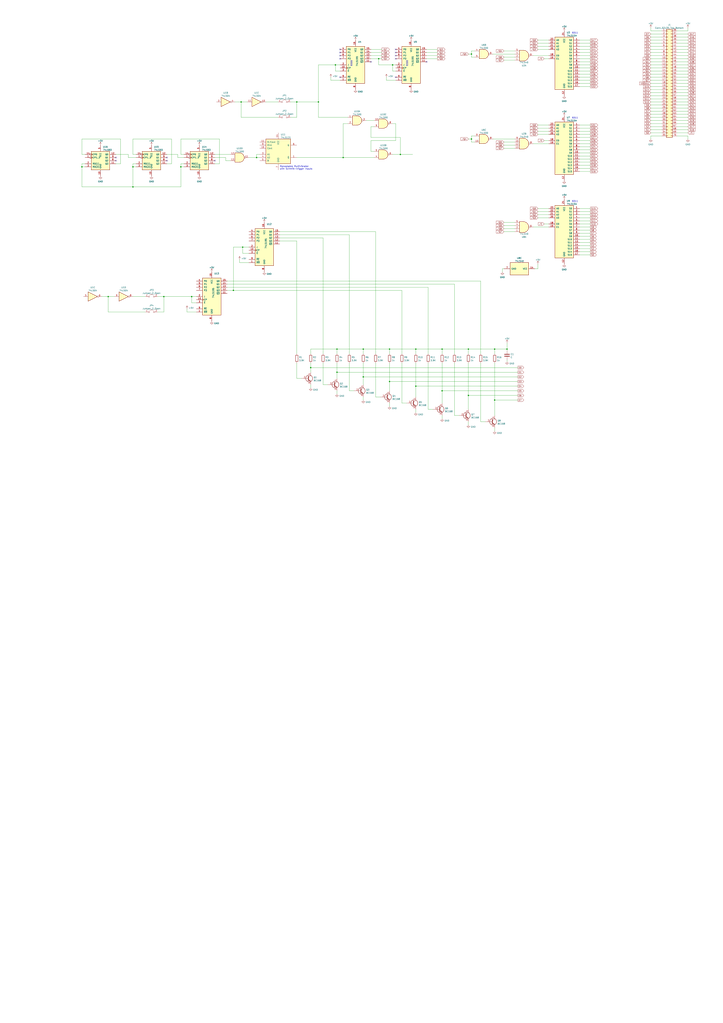
<source format=kicad_sch>
(kicad_sch (version 20211123) (generator eeschema)
  (paper "A1" portrait)
  (junction (at 387.35 114.3))
  (junction (at 311.15 48.26))
  (junction (at 148.59 137.16))
  (junction (at 210.82 129.54))
  (junction (at 298.45 287.02))
  (junction (at 341.63 317.5))
  (junction (at 276.86 287.02))
  (junction (at 384.81 325.12))
  (junction (at 67.31 137.16))
  (junction (at 406.4 328.93))
  (junction (at 406.4 287.02))
  (junction (at 134.62 243.84))
  (junction (at 320.04 287.02))
  (junction (at 322.58 53.34))
  (junction (at 243.84 83.82))
  (junction (at 384.81 287.02))
  (junction (at 275.59 53.34))
  (junction (at 328.93 127))
  (junction (at 198.12 83.82))
  (junction (at 298.45 309.88))
  (junction (at 416.56 287.02))
  (junction (at 276.86 306.07))
  (junction (at 363.22 321.31))
  (junction (at 363.22 287.02))
  (junction (at 281.94 129.54))
  (junction (at 88.9 243.84))
  (junction (at 109.22 137.16))
  (junction (at 199.39 203.2))
  (junction (at 157.48 243.84))
  (junction (at 341.63 287.02))
  (junction (at 387.35 44.45))
  (junction (at 255.27 302.26))
  (junction (at 320.04 313.69))
  (junction (at 109.22 153.67))
  (junction (at 261.62 83.82))
  (junction (at 191.77 238.76))
  (no_connect (at 325.12 63.5))
  (no_connect (at 279.4 63.5))
  (no_connect (at 350.52 50.8))
  (no_connect (at 304.8 50.8))
  (no_connect (at 325.12 48.26))
  (no_connect (at 325.12 45.72))
  (no_connect (at 325.12 43.18))
  (no_connect (at 325.12 40.64))
  (no_connect (at 176.53 132.08))
  (no_connect (at 137.16 129.54))
  (no_connect (at 137.16 132.08))
  (no_connect (at 95.25 129.54))
  (no_connect (at 95.25 132.08))
  (no_connect (at 279.4 43.18))
  (no_connect (at 279.4 45.72))
  (no_connect (at 279.4 40.64))
  (no_connect (at 279.4 48.26))
  (wire (pts (xy 556.26 45.72) (xy 565.15 45.72)))
  (wire (pts (xy 416.56 281.94) (xy 416.56 287.02)))
  (wire (pts (xy 565.15 68.58) (xy 556.26 68.58)))
  (wire (pts (xy 534.67 30.48) (xy 543.56 30.48)))
  (wire (pts (xy 88.9 243.84) (xy 88.9 256.54)))
  (wire (pts (xy 485.14 48.26) (xy 476.25 48.26)))
  (wire (pts (xy 556.26 30.48) (xy 565.15 30.48)))
  (wire (pts (xy 422.91 185.42) (xy 414.02 185.42)))
  (wire (pts (xy 534.67 88.9) (xy 543.56 88.9)))
  (wire (pts (xy 387.35 116.84) (xy 389.89 116.84)))
  (wire (pts (xy 405.13 114.3) (xy 422.91 114.3)))
  (wire (pts (xy 191.77 238.76) (xy 330.2 238.76)))
  (wire (pts (xy 204.47 129.54) (xy 210.82 129.54)))
  (wire (pts (xy 137.16 127) (xy 146.05 127)))
  (wire (pts (xy 534.67 76.2) (xy 543.56 76.2)))
  (wire (pts (xy 450.85 35.56) (xy 441.96 35.56)))
  (wire (pts (xy 151.13 134.62) (xy 148.59 134.62)))
  (wire (pts (xy 422.91 49.53) (xy 414.02 49.53)))
  (wire (pts (xy 565.15 76.2) (xy 556.26 76.2)))
  (wire (pts (xy 543.56 58.42) (xy 534.67 58.42)))
  (wire (pts (xy 311.15 53.34) (xy 311.15 48.26)))
  (wire (pts (xy 485.14 189.23) (xy 476.25 189.23)))
  (wire (pts (xy 298.45 290.83) (xy 298.45 287.02)))
  (wire (pts (xy 485.14 184.15) (xy 476.25 184.15)))
  (wire (pts (xy 325.12 58.42) (xy 322.58 58.42)))
  (wire (pts (xy 387.35 46.99) (xy 387.35 44.45)))
  (wire (pts (xy 565.15 25.4) (xy 556.26 25.4)))
  (wire (pts (xy 180.34 134.62) (xy 180.34 114.3)))
  (wire (pts (xy 485.14 50.8) (xy 476.25 50.8)))
  (wire (pts (xy 320.04 298.45) (xy 320.04 313.69)))
  (wire (pts (xy 485.14 120.65) (xy 476.25 120.65)))
  (wire (pts (xy 556.26 48.26) (xy 565.15 48.26)))
  (wire (pts (xy 485.14 68.58) (xy 476.25 68.58)))
  (wire (pts (xy 556.26 43.18) (xy 565.15 43.18)))
  (wire (pts (xy 439.42 220.98) (xy 441.96 220.98)))
  (wire (pts (xy 438.15 118.11) (xy 450.85 118.11)))
  (wire (pts (xy 438.15 186.69) (xy 450.85 186.69)))
  (wire (pts (xy 148.59 114.3) (xy 148.59 127)))
  (wire (pts (xy 330.2 298.45) (xy 330.2 331.47)))
  (wire (pts (xy 140.97 114.3) (xy 109.22 114.3)))
  (wire (pts (xy 287.02 193.04) (xy 287.02 290.83)))
  (wire (pts (xy 276.86 298.45) (xy 276.86 306.07)))
  (wire (pts (xy 99.06 114.3) (xy 67.31 114.3)))
  (wire (pts (xy 304.8 40.64) (xy 313.69 40.64)))
  (wire (pts (xy 556.26 58.42) (xy 565.15 58.42)))
  (wire (pts (xy 199.39 203.2) (xy 204.47 203.2)))
  (wire (pts (xy 556.26 60.96) (xy 565.15 60.96)))
  (wire (pts (xy 534.67 81.28) (xy 543.56 81.28)))
  (wire (pts (xy 243.84 83.82) (xy 243.84 96.52)))
  (wire (pts (xy 67.31 114.3) (xy 67.31 127)))
  (wire (pts (xy 450.85 179.07) (xy 441.96 179.07)))
  (wire (pts (xy 485.14 123.19) (xy 476.25 123.19)))
  (wire (pts (xy 534.67 111.76) (xy 543.56 111.76)))
  (wire (pts (xy 406.4 351.79) (xy 406.4 354.33)))
  (wire (pts (xy 556.26 35.56) (xy 565.15 35.56)))
  (wire (pts (xy 213.36 127) (xy 210.82 127)))
  (wire (pts (xy 330.2 238.76) (xy 330.2 290.83)))
  (wire (pts (xy 363.22 321.31) (xy 363.22 331.47)))
  (wire (pts (xy 186.69 236.22) (xy 351.79 236.22)))
  (wire (pts (xy 276.86 306.07) (xy 425.45 306.07)))
  (wire (pts (xy 406.4 298.45) (xy 406.4 328.93)))
  (wire (pts (xy 298.45 309.88) (xy 298.45 316.23)))
  (wire (pts (xy 176.53 127) (xy 189.23 127)))
  (wire (pts (xy 351.79 236.22) (xy 351.79 290.83)))
  (wire (pts (xy 265.43 298.45) (xy 265.43 316.23)))
  (wire (pts (xy 534.67 101.6) (xy 543.56 101.6)))
  (wire (pts (xy 485.14 204.47) (xy 476.25 204.47)))
  (wire (pts (xy 363.22 321.31) (xy 425.45 321.31)))
  (wire (pts (xy 556.26 66.04) (xy 565.15 66.04)))
  (wire (pts (xy 320.04 313.69) (xy 320.04 321.31)))
  (wire (pts (xy 99.06 134.62) (xy 99.06 114.3)))
  (wire (pts (xy 485.14 173.99) (xy 476.25 173.99)))
  (wire (pts (xy 416.56 287.02) (xy 416.56 288.29)))
  (wire (pts (xy 565.15 73.66) (xy 556.26 73.66)))
  (wire (pts (xy 414.02 220.98) (xy 412.75 220.98)))
  (wire (pts (xy 534.67 93.98) (xy 543.56 93.98)))
  (wire (pts (xy 109.22 127) (xy 111.76 127)))
  (wire (pts (xy 261.62 53.34) (xy 261.62 83.82)))
  (wire (pts (xy 556.26 38.1) (xy 565.15 38.1)))
  (wire (pts (xy 129.54 243.84) (xy 134.62 243.84)))
  (wire (pts (xy 485.14 128.27) (xy 476.25 128.27)))
  (wire (pts (xy 109.22 243.84) (xy 119.38 243.84)))
  (wire (pts (xy 422.91 190.5) (xy 414.02 190.5)))
  (wire (pts (xy 210.82 127) (xy 210.82 129.54)))
  (wire (pts (xy 193.04 83.82) (xy 198.12 83.82)))
  (wire (pts (xy 556.26 109.22) (xy 565.15 109.22)))
  (wire (pts (xy 450.85 176.53) (xy 441.96 176.53)))
  (wire (pts (xy 153.67 256.54) (xy 161.29 256.54)))
  (wire (pts (xy 485.14 110.49) (xy 476.25 110.49)))
  (wire (pts (xy 406.4 328.93) (xy 425.45 328.93)))
  (wire (pts (xy 534.67 45.72) (xy 543.56 45.72)))
  (wire (pts (xy 450.85 38.1) (xy 441.96 38.1)))
  (wire (pts (xy 485.14 179.07) (xy 476.25 179.07)))
  (wire (pts (xy 394.97 231.14) (xy 186.69 231.14)))
  (wire (pts (xy 447.04 48.26) (xy 450.85 48.26)))
  (wire (pts (xy 485.14 171.45) (xy 476.25 171.45)))
  (wire (pts (xy 565.15 106.68) (xy 556.26 106.68)))
  (wire (pts (xy 83.82 243.84) (xy 88.9 243.84)))
  (wire (pts (xy 485.14 55.88) (xy 476.25 55.88)))
  (wire (pts (xy 287.02 298.45) (xy 287.02 321.31)))
  (wire (pts (xy 406.4 290.83) (xy 406.4 287.02)))
  (wire (pts (xy 534.67 104.14) (xy 543.56 104.14)))
  (wire (pts (xy 373.38 233.68) (xy 373.38 290.83)))
  (wire (pts (xy 384.81 346.71) (xy 384.81 349.25)))
  (wire (pts (xy 543.56 63.5) (xy 534.67 63.5)))
  (wire (pts (xy 384.81 114.3) (xy 387.35 114.3)))
  (wire (pts (xy 229.87 190.5) (xy 308.61 190.5)))
  (wire (pts (xy 304.8 48.26) (xy 311.15 48.26)))
  (wire (pts (xy 534.67 25.4) (xy 543.56 25.4)))
  (wire (pts (xy 422.91 187.96) (xy 414.02 187.96)))
  (wire (pts (xy 565.15 71.12) (xy 556.26 71.12)))
  (wire (pts (xy 157.48 243.84) (xy 161.29 243.84)))
  (wire (pts (xy 543.56 66.04) (xy 534.67 66.04)))
  (wire (pts (xy 534.67 27.94) (xy 543.56 27.94)))
  (wire (pts (xy 325.12 115.57) (xy 304.8 115.57)))
  (wire (pts (xy 485.14 191.77) (xy 476.25 191.77)))
  (wire (pts (xy 134.62 243.84) (xy 157.48 243.84)))
  (wire (pts (xy 146.05 127) (xy 146.05 129.54)))
  (wire (pts (xy 109.22 137.16) (xy 111.76 137.16)))
  (wire (pts (xy 485.14 63.5) (xy 476.25 63.5)))
  (wire (pts (xy 384.81 290.83) (xy 384.81 287.02)))
  (wire (pts (xy 450.85 171.45) (xy 441.96 171.45)))
  (wire (pts (xy 271.78 63.5) (xy 271.78 66.04)))
  (wire (pts (xy 556.26 40.64) (xy 565.15 40.64)))
  (wire (pts (xy 276.86 290.83) (xy 276.86 287.02)))
  (wire (pts (xy 341.63 287.02) (xy 363.22 287.02)))
  (wire (pts (xy 243.84 198.12) (xy 229.87 198.12)))
  (wire (pts (xy 105.41 129.54) (xy 111.76 129.54)))
  (wire (pts (xy 565.15 86.36) (xy 556.26 86.36)))
  (wire (pts (xy 406.4 328.93) (xy 406.4 341.63)))
  (wire (pts (xy 422.91 41.91) (xy 414.02 41.91)))
  (wire (pts (xy 287.02 321.31) (xy 290.83 321.31)))
  (wire (pts (xy 485.14 115.57) (xy 476.25 115.57)))
  (wire (pts (xy 204.47 208.28) (xy 199.39 208.28)))
  (wire (pts (xy 304.8 113.03) (xy 328.93 113.03)))
  (wire (pts (xy 373.38 341.63) (xy 377.19 341.63)))
  (wire (pts (xy 95.25 127) (xy 105.41 127)))
  (wire (pts (xy 534.67 38.1) (xy 543.56 38.1)))
  (wire (pts (xy 276.86 306.07) (xy 276.86 311.15)))
  (wire (pts (xy 556.26 33.02) (xy 565.15 33.02)))
  (wire (pts (xy 320.04 331.47) (xy 320.04 334.01)))
  (wire (pts (xy 281.94 101.6) (xy 281.94 129.54)))
  (wire (pts (xy 317.5 63.5) (xy 317.5 66.04)))
  (wire (pts (xy 95.25 134.62) (xy 99.06 134.62)))
  (wire (pts (xy 308.61 190.5) (xy 308.61 290.83)))
  (wire (pts (xy 199.39 203.2) (xy 191.77 203.2)))
  (wire (pts (xy 185.42 132.08) (xy 189.23 132.08)))
  (wire (pts (xy 387.35 116.84) (xy 387.35 114.3)))
  (wire (pts (xy 351.79 298.45) (xy 351.79 336.55)))
  (wire (pts (xy 450.85 102.87) (xy 441.96 102.87)))
  (wire (pts (xy 363.22 341.63) (xy 363.22 344.17)))
  (wire (pts (xy 328.93 113.03) (xy 328.93 127)))
  (wire (pts (xy 279.4 53.34) (xy 275.59 53.34)))
  (wire (pts (xy 485.14 186.69) (xy 476.25 186.69)))
  (wire (pts (xy 199.39 208.28) (xy 199.39 203.2)))
  (wire (pts (xy 238.76 83.82) (xy 243.84 83.82)))
  (wire (pts (xy 485.14 194.31) (xy 476.25 194.31)))
  (wire (pts (xy 416.56 295.91) (xy 416.56 297.18)))
  (wire (pts (xy 534.67 91.44) (xy 543.56 91.44)))
  (wire (pts (xy 534.67 83.82) (xy 543.56 83.82)))
  (wire (pts (xy 243.84 311.15) (xy 247.65 311.15)))
  (wire (pts (xy 140.97 134.62) (xy 140.97 114.3)))
  (wire (pts (xy 185.42 129.54) (xy 185.42 132.08)))
  (wire (pts (xy 534.67 40.64) (xy 543.56 40.64)))
  (wire (pts (xy 328.93 127) (xy 339.09 127)))
  (wire (pts (xy 485.14 102.87) (xy 476.25 102.87)))
  (wire (pts (xy 67.31 137.16) (xy 67.31 134.62)))
  (wire (pts (xy 384.81 44.45) (xy 387.35 44.45)))
  (wire (pts (xy 67.31 153.67) (xy 67.31 137.16)))
  (wire (pts (xy 387.35 46.99) (xy 389.89 46.99)))
  (wire (pts (xy 405.13 44.45) (xy 422.91 44.45)))
  (wire (pts (xy 271.78 66.04) (xy 279.4 66.04)))
  (wire (pts (xy 534.67 109.22) (xy 543.56 109.22)))
  (wire (pts (xy 350.52 40.64) (xy 359.41 40.64)))
  (wire (pts (xy 556.26 50.8) (xy 565.15 50.8)))
  (wire (pts (xy 534.67 96.52) (xy 543.56 96.52)))
  (wire (pts (xy 556.26 63.5) (xy 565.15 63.5)))
  (wire (pts (xy 387.35 44.45) (xy 387.35 41.91)))
  (wire (pts (xy 88.9 243.84) (xy 93.98 243.84)))
  (wire (pts (xy 387.35 41.91) (xy 389.89 41.91)))
  (wire (pts (xy 351.79 336.55) (xy 355.6 336.55)))
  (wire (pts (xy 373.38 233.68) (xy 186.69 233.68)))
  (wire (pts (xy 394.97 231.14) (xy 394.97 290.83)))
  (wire (pts (xy 485.14 140.97) (xy 476.25 140.97)))
  (wire (pts (xy 565.15 99.06) (xy 556.26 99.06)))
  (wire (pts (xy 134.62 256.54) (xy 129.54 256.54)))
  (wire (pts (xy 363.22 287.02) (xy 384.81 287.02)))
  (wire (pts (xy 485.14 207.01) (xy 476.25 207.01)))
  (wire (pts (xy 534.67 33.02) (xy 543.56 33.02)))
  (wire (pts (xy 109.22 153.67) (xy 109.22 137.16)))
  (wire (pts (xy 485.14 196.85) (xy 476.25 196.85)))
  (wire (pts (xy 485.14 45.72) (xy 476.25 45.72)))
  (wire (pts (xy 67.31 137.16) (xy 69.85 137.16)))
  (wire (pts (xy 196.85 213.36) (xy 196.85 215.9)))
  (wire (pts (xy 485.14 107.95) (xy 476.25 107.95)))
  (wire (pts (xy 438.15 45.72) (xy 450.85 45.72)))
  (wire (pts (xy 387.35 111.76) (xy 389.89 111.76)))
  (wire (pts (xy 341.63 290.83) (xy 341.63 287.02)))
  (wire (pts (xy 176.53 129.54) (xy 185.42 129.54)))
  (wire (pts (xy 255.27 316.23) (xy 255.27 318.77)))
  (wire (pts (xy 350.52 48.26) (xy 359.41 48.26)))
  (wire (pts (xy 325.12 101.6) (xy 325.12 115.57)))
  (wire (pts (xy 161.29 248.92) (xy 157.48 248.92)))
  (wire (pts (xy 281.94 129.54) (xy 307.34 129.54)))
  (wire (pts (xy 485.14 130.81) (xy 476.25 130.81)))
  (wire (pts (xy 485.14 60.96) (xy 476.25 60.96)))
  (wire (pts (xy 109.22 134.62) (xy 111.76 134.62)))
  (wire (pts (xy 322.58 101.6) (xy 325.12 101.6)))
  (wire (pts (xy 534.67 43.18) (xy 543.56 43.18)))
  (wire (pts (xy 485.14 43.18) (xy 476.25 43.18)))
  (wire (pts (xy 565.15 96.52) (xy 556.26 96.52)))
  (wire (pts (xy 322.58 53.34) (xy 322.58 58.42)))
  (wire (pts (xy 543.56 48.26) (xy 534.67 48.26)))
  (wire (pts (xy 485.14 133.35) (xy 476.25 133.35)))
  (wire (pts (xy 485.14 199.39) (xy 476.25 199.39)))
  (wire (pts (xy 387.35 114.3) (xy 387.35 111.76)))
  (wire (pts (xy 276.86 321.31) (xy 276.86 323.85)))
  (wire (pts (xy 279.4 58.42) (xy 275.59 58.42)))
  (wire (pts (xy 485.14 201.93) (xy 476.25 201.93)))
  (wire (pts (xy 447.04 115.57) (xy 450.85 115.57)))
  (wire (pts (xy 243.84 83.82) (xy 261.62 83.82)))
  (wire (pts (xy 543.56 50.8) (xy 534.67 50.8)))
  (wire (pts (xy 341.63 298.45) (xy 341.63 317.5)))
  (wire (pts (xy 298.45 326.39) (xy 298.45 328.93)))
  (wire (pts (xy 565.15 101.6) (xy 556.26 101.6)))
  (wire (pts (xy 304.8 45.72) (xy 313.69 45.72)))
  (wire (pts (xy 229.87 195.58) (xy 265.43 195.58)))
  (wire (pts (xy 243.84 198.12) (xy 243.84 290.83)))
  (wire (pts (xy 534.67 35.56) (xy 543.56 35.56)))
  (wire (pts (xy 485.14 176.53) (xy 476.25 176.53)))
  (wire (pts (xy 311.15 48.26) (xy 313.69 48.26)))
  (wire (pts (xy 384.81 325.12) (xy 384.81 336.55)))
  (wire (pts (xy 384.81 287.02) (xy 406.4 287.02)))
  (wire (pts (xy 67.31 127) (xy 69.85 127)))
  (wire (pts (xy 134.62 243.84) (xy 134.62 256.54)))
  (wire (pts (xy 485.14 35.56) (xy 476.25 35.56)))
  (wire (pts (xy 198.12 83.82) (xy 198.12 96.52)))
  (wire (pts (xy 198.12 83.82) (xy 203.2 83.82)))
  (wire (pts (xy 243.84 129.54) (xy 281.94 129.54)))
  (wire (pts (xy 543.56 60.96) (xy 534.67 60.96)))
  (wire (pts (xy 565.15 81.28) (xy 556.26 81.28)))
  (wire (pts (xy 186.69 238.76) (xy 191.77 238.76)))
  (wire (pts (xy 565.15 104.14) (xy 556.26 104.14)))
  (wire (pts (xy 261.62 53.34) (xy 275.59 53.34)))
  (wire (pts (xy 422.91 119.38) (xy 414.02 119.38)))
  (wire (pts (xy 137.16 134.62) (xy 140.97 134.62)))
  (wire (pts (xy 485.14 40.64) (xy 476.25 40.64)))
  (wire (pts (xy 255.27 290.83) (xy 255.27 287.02)))
  (wire (pts (xy 261.62 96.52) (xy 285.75 96.52)))
  (wire (pts (xy 406.4 287.02) (xy 416.56 287.02)))
  (wire (pts (xy 275.59 53.34) (xy 275.59 58.42)))
  (wire (pts (xy 330.2 331.47) (xy 334.01 331.47)))
  (wire (pts (xy 565.15 111.76) (xy 556.26 111.76)))
  (wire (pts (xy 485.14 181.61) (xy 476.25 181.61)))
  (wire (pts (xy 276.86 287.02) (xy 298.45 287.02)))
  (wire (pts (xy 298.45 287.02) (xy 320.04 287.02)))
  (wire (pts (xy 148.59 127) (xy 151.13 127)))
  (wire (pts (xy 196.85 215.9) (xy 204.47 215.9)))
  (wire (pts (xy 565.15 114.3) (xy 565.15 111.76)))
  (wire (pts (xy 485.14 113.03) (xy 476.25 113.03)))
  (wire (pts (xy 304.8 104.14) (xy 307.34 104.14)))
  (wire (pts (xy 109.22 114.3) (xy 109.22 127)))
  (wire (pts (xy 243.84 298.45) (xy 243.84 311.15)))
  (wire (pts (xy 307.34 124.46) (xy 304.8 124.46)))
  (wire (pts (xy 146.05 129.54) (xy 151.13 129.54)))
  (wire (pts (xy 384.81 325.12) (xy 425.45 325.12)))
  (wire (pts (xy 341.63 336.55) (xy 341.63 339.09)))
  (wire (pts (xy 534.67 71.12) (xy 543.56 71.12)))
  (wire (pts (xy 422.91 121.92) (xy 414.02 121.92)))
  (wire (pts (xy 485.14 53.34) (xy 476.25 53.34)))
  (wire (pts (xy 543.56 55.88) (xy 534.67 55.88)))
  (wire (pts (xy 255.27 302.26) (xy 255.27 306.07)))
  (wire (pts (xy 565.15 83.82) (xy 556.26 83.82)))
  (wire (pts (xy 88.9 256.54) (xy 119.38 256.54)))
  (wire (pts (xy 534.67 78.74) (xy 543.56 78.74)))
  (wire (pts (xy 298.45 298.45) (xy 298.45 309.88)))
  (wire (pts (xy 565.15 93.98) (xy 556.26 93.98)))
  (wire (pts (xy 450.85 40.64) (xy 441.96 40.64)))
  (wire (pts (xy 148.59 137.16) (xy 148.59 153.67)))
  (wire (pts (xy 534.67 73.66) (xy 543.56 73.66)))
  (wire (pts (xy 304.8 104.14) (xy 304.8 113.03)))
  (wire (pts (xy 485.14 209.55) (xy 476.25 209.55)))
  (wire (pts (xy 485.14 118.11) (xy 476.25 118.11)))
  (wire (pts (xy 441.96 220.98) (xy 441.96 217.17)))
  (wire (pts (xy 422.91 182.88) (xy 414.02 182.88)))
  (wire (pts (xy 341.63 317.5) (xy 425.45 317.5)))
  (wire (pts (xy 543.56 53.34) (xy 534.67 53.34)))
  (wire (pts (xy 255.27 302.26) (xy 425.45 302.26)))
  (wire (pts (xy 320.04 287.02) (xy 341.63 287.02)))
  (wire (pts (xy 287.02 193.04) (xy 229.87 193.04)))
  (wire (pts (xy 450.85 33.02) (xy 441.96 33.02)))
  (wire (pts (xy 148.59 137.16) (xy 151.13 137.16)))
  (wire (pts (xy 322.58 53.34) (xy 325.12 53.34)))
  (wire (pts (xy 534.67 86.36) (xy 543.56 86.36)))
  (wire (pts (xy 255.27 287.02) (xy 276.86 287.02)))
  (wire (pts (xy 485.14 58.42) (xy 476.25 58.42)))
  (wire (pts (xy 67.31 134.62) (xy 69.85 134.62)))
  (wire (pts (xy 534.67 106.68) (xy 543.56 106.68)))
  (wire (pts (xy 565.15 88.9) (xy 556.26 88.9)))
  (wire (pts (xy 218.44 83.82) (xy 228.6 83.82)))
  (wire (pts (xy 261.62 83.82) (xy 261.62 96.52)))
  (wire (pts (xy 255.27 298.45) (xy 255.27 302.26)))
  (wire (pts (xy 394.97 346.71) (xy 398.78 346.71)))
  (wire (pts (xy 556.26 27.94) (xy 565.15 27.94)))
  (wire (pts (xy 180.34 114.3) (xy 148.59 114.3)))
  (wire (pts (xy 422.91 116.84) (xy 414.02 116.84)))
  (wire (pts (xy 304.8 43.18) (xy 313.69 43.18)))
  (wire (pts (xy 485.14 38.1) (xy 476.25 38.1)))
  (wire (pts (xy 109.22 153.67) (xy 148.59 153.67)))
  (wire (pts (xy 422.91 46.99) (xy 414.02 46.99)))
  (wire (pts (xy 556.26 53.34) (xy 565.15 53.34)))
  (wire (pts (xy 565.15 22.86) (xy 565.15 25.4)))
  (wire (pts (xy 565.15 78.74) (xy 556.26 78.74)))
  (wire (pts (xy 485.14 71.12) (xy 476.25 71.12)))
  (wire (pts (xy 109.22 137.16) (xy 109.22 134.62)))
  (wire (pts (xy 485.14 135.89) (xy 476.25 135.89)))
  (wire (pts (xy 198.12 96.52) (xy 228.6 96.52)))
  (wire (pts (xy 67.31 153.67) (xy 109.22 153.67)))
  (wire (pts (xy 412.75 220.98) (xy 412.75 223.52)))
  (wire (pts (xy 176.53 134.62) (xy 180.34 134.62)))
  (wire (pts (xy 148.59 134.62) (xy 148.59 137.16)))
  (wire (pts (xy 300.99 99.06) (xy 307.34 99.06)))
  (wire (pts (xy 210.82 129.54) (xy 213.36 129.54)))
  (wire (pts (xy 265.43 195.58) (xy 265.43 290.83)))
  (wire (pts (xy 341.63 317.5) (xy 341.63 326.39)))
  (wire (pts (xy 317.5 66.04) (xy 325.12 66.04)))
  (wire (pts (xy 384.81 298.45) (xy 384.81 325.12)))
  (wire (pts (xy 565.15 91.44) (xy 556.26 91.44)))
  (wire (pts (xy 373.38 298.45) (xy 373.38 341.63)))
  (wire (pts (xy 285.75 101.6) (xy 281.94 101.6)))
  (wire (pts (xy 298.45 309.88) (xy 425.45 309.88)))
  (wire (pts (xy 534.67 22.86) (xy 534.67 25.4)))
  (wire (pts (xy 450.85 105.41) (xy 441.96 105.41)))
  (wire (pts (xy 243.84 96.52) (xy 238.76 96.52)))
  (wire (pts (xy 485.14 66.04) (xy 476.25 66.04)))
  (wire (pts (xy 191.77 203.2) (xy 191.77 238.76)))
  (wire (pts (xy 322.58 53.34) (xy 311.15 53.34)))
  (wire (pts (xy 485.14 125.73) (xy 476.25 125.73)))
  (wire (pts (xy 328.93 127) (xy 322.58 127)))
  (wire (pts (xy 308.61 326.39) (xy 312.42 326.39)))
  (wire (pts (xy 450.85 173.99) (xy 441.96 173.99)))
  (wire (pts (xy 350.52 45.72) (xy 359.41 45.72)))
  (wire (pts (xy 320.04 313.69) (xy 425.45 313.69)))
  (wire (pts (xy 265.43 316.23) (xy 269.24 316.23)))
  (wire (pts (xy 556.26 55.88) (xy 565.15 55.88)))
  (wire (pts (xy 394.97 298.45) (xy 394.97 346.71)))
  (wire (pts (xy 363.22 290.83) (xy 363.22 287.02)))
  (wire (pts (xy 320.04 290.83) (xy 320.04 287.02)))
  (wire (pts (xy 450.85 107.95) (xy 441.96 107.95)))
  (wire (pts (xy 485.14 33.02) (xy 476.25 33.02)))
  (wire (pts (xy 485.14 105.41) (xy 476.25 105.41)))
  (wire (pts (xy 447.04 184.15) (xy 450.85 184.15)))
  (wire (pts (xy 304.8 115.57) (xy 304.8 124.46)))
  (wire (pts (xy 308.61 298.45) (xy 308.61 326.39)))
  (wire (pts (xy 534.67 68.58) (xy 543.56 68.58)))
  (wire (pts (xy 153.67 254) (xy 153.67 256.54)))
  (wire (pts (xy 534.67 114.3) (xy 534.67 111.76)))
  (wire (pts (xy 105.41 127) (xy 105.41 129.54)))
  (wire (pts (xy 534.67 99.06) (xy 543.56 99.06)))
  (wire (pts (xy 350.52 43.18) (xy 359.41 43.18)))
  (wire (pts (xy 157.48 248.92) (xy 157.48 243.84)))
  (wire (pts (xy 363.22 298.45) (xy 363.22 321.31)))
  (wire (pts (xy 450.85 110.49) (xy 441.96 110.49)))
  (wire (pts (xy 485.14 138.43) (xy 476.25 138.43)))
  (text "Monostable Multivibrator\nwith Schmitt-trigger Inputs" (at 229.87 139.7 0) (effects (font (size 1.27 1.27)) (justify left bottom)))
  (text "9311" (at 469.9 166.37 0) (effects (font (size 1.27 1.27)) (justify left bottom)))
  (text "9311" (at 469.9 27.94 0) (effects (font (size 1.27 1.27)) (justify left bottom)))
  (text "9300" (at 335.28 54.61 90) (effects (font (size 1.27 1.27)) (justify left bottom)))
  (text "9300" (at 289.56 54.61 90) (effects (font (size 1.27 1.27)) (justify left bottom)))
  (text "9311" (at 469.9 97.79 0) (effects (font (size 1.27 1.27)) (justify left bottom)))
  (global_label "S33" (shape output) (at 485.14 68.58 0) (property "Intersheet References" "${INTERSHEET_REFS}" (effects hide)))
  (global_label "S6" (shape input) (at 534.67 93.98 180) (property "Intersheet References" "${INTERSHEET_REFS}" (effects hide)))
  (global_label "{slash}Q1" (shape input) (at 441.96 105.41 180) (property "Intersheet References" "${INTERSHEET_REFS}" (effects hide)))
  (global_label "S29" (shape input) (at 565.15 73.66 0) (property "Intersheet References" "${INTERSHEET_REFS}" (effects hide)))
  (global_label "{slash}Q2" (shape input) (at 441.96 176.53 180) (property "Intersheet References" "${INTERSHEET_REFS}" (effects hide)))
  (global_label "S39" (shape output) (at 485.14 53.34 0) (property "Intersheet References" "${INTERSHEET_REFS}" (effects hide)))
  (global_label "{slash}Q0" (shape input) (at 441.96 102.87 180) (property "Intersheet References" "${INTERSHEET_REFS}" (effects hide)))
  (global_label "S31" (shape input) (at 565.15 68.58 0) (property "Intersheet References" "${INTERSHEET_REFS}" (effects hide)))
  (global_label "S24" (shape output) (at 485.14 120.65 0) (property "Intersheet References" "${INTERSHEET_REFS}" (effects hide)))
  (global_label "S0" (shape output) (at 485.14 209.55 0) (property "Intersheet References" "${INTERSHEET_REFS}" (effects hide)))
  (global_label "S20" (shape input) (at 565.15 96.52 0) (property "Intersheet References" "${INTERSHEET_REFS}" (effects hide)))
  (global_label "{slash}Q0" (shape input) (at 534.67 48.26 180) (property "Intersheet References" "${INTERSHEET_REFS}" (effects hide)))
  (global_label "S34" (shape output) (at 485.14 66.04 0) (property "Intersheet References" "${INTERSHEET_REFS}" (effects hide)))
  (global_label "{slash}Q2" (shape input) (at 534.67 53.34 180) (property "Intersheet References" "${INTERSHEET_REFS}" (effects hide)))
  (global_label "{slash}Q3" (shape output) (at 359.41 40.64 0) (property "Intersheet References" "${INTERSHEET_REFS}" (effects hide)))
  (global_label "S1" (shape input) (at 534.67 106.68 180) (property "Intersheet References" "${INTERSHEET_REFS}" (effects hide)))
  (global_label "S45" (shape input) (at 565.15 33.02 0) (property "Intersheet References" "${INTERSHEET_REFS}" (effects hide)))
  (global_label "{slash}Q1" (shape input) (at 441.96 173.99 180) (property "Intersheet References" "${INTERSHEET_REFS}" (effects hide)))
  (global_label "{slash}Q1" (shape input) (at 534.67 50.8 180) (property "Intersheet References" "${INTERSHEET_REFS}" (effects hide)))
  (global_label "S35" (shape output) (at 485.14 63.5 0) (property "Intersheet References" "${INTERSHEET_REFS}" (effects hide)))
  (global_label "{slash}Q7" (shape input) (at 534.67 66.04 180) (property "Intersheet References" "${INTERSHEET_REFS}" (effects hide)))
  (global_label "S8" (shape output) (at 485.14 189.23 0) (property "Intersheet References" "${INTERSHEET_REFS}" (effects hide)))
  (global_label "{slash}E" (shape input) (at 447.04 115.57 180) (property "Intersheet References" "${INTERSHEET_REFS}" (effects hide)))
  (global_label "{slash}Q0" (shape output) (at 359.41 48.26 0) (property "Intersheet References" "${INTERSHEET_REFS}" (effects hide)))
  (global_label "S26" (shape output) (at 485.14 115.57 0) (property "Intersheet References" "${INTERSHEET_REFS}" (effects hide)))
  (global_label "{slash}Q5" (shape input) (at 414.02 116.84 180) (property "Intersheet References" "${INTERSHEET_REFS}" (effects hide)))
  (global_label "{slash}Q4" (shape output) (at 313.69 48.26 0) (property "Intersheet References" "${INTERSHEET_REFS}" (effects hide)))
  (global_label "S42" (shape output) (at 485.14 45.72 0) (property "Intersheet References" "${INTERSHEET_REFS}" (effects hide)))
  (global_label "{slash}Q7" (shape input) (at 414.02 121.92 180) (property "Intersheet References" "${INTERSHEET_REFS}" (effects hide)))
  (global_label "S11" (shape input) (at 534.67 81.28 180) (property "Intersheet References" "${INTERSHEET_REFS}" (effects hide)))
  (global_label "{slash}Q4" (shape input) (at 414.02 41.91 180) (property "Intersheet References" "${INTERSHEET_REFS}" (effects hide)))
  (global_label "S38" (shape output) (at 485.14 55.88 0) (property "Intersheet References" "${INTERSHEET_REFS}" (effects hide)))
  (global_label "{slash}Q6" (shape input) (at 534.67 63.5 180) (property "Intersheet References" "${INTERSHEET_REFS}" (effects hide)))
  (global_label "S22" (shape output) (at 485.14 125.73 0) (property "Intersheet References" "${INTERSHEET_REFS}" (effects hide)))
  (global_label "S18" (shape output) (at 485.14 135.89 0) (property "Intersheet References" "${INTERSHEET_REFS}" (effects hide)))
  (global_label "D0" (shape output) (at 425.45 302.26 0) (property "Intersheet References" "${INTERSHEET_REFS}" (effects hide)))
  (global_label "S16" (shape output) (at 485.14 140.97 0) (property "Intersheet References" "${INTERSHEET_REFS}" (effects hide)))
  (global_label "S36" (shape output) (at 485.14 60.96 0) (property "Intersheet References" "${INTERSHEET_REFS}" (effects hide)))
  (global_label "S13" (shape output) (at 485.14 176.53 0) (property "Intersheet References" "${INTERSHEET_REFS}" (effects hide)))
  (global_label "S15" (shape output) (at 485.14 171.45 0) (property "Intersheet References" "${INTERSHEET_REFS}" (effects hide)))
  (global_label "D2" (shape output) (at 425.45 309.88 0) (property "Intersheet References" "${INTERSHEET_REFS}" (effects hide)))
  (global_label "S29" (shape output) (at 485.14 107.95 0) (property "Intersheet References" "${INTERSHEET_REFS}" (effects hide)))
  (global_label "D4" (shape input) (at 534.67 35.56 180) (property "Intersheet References" "${INTERSHEET_REFS}" (effects hide)))
  (global_label "{slash}Q2" (shape input) (at 441.96 107.95 180) (property "Intersheet References" "${INTERSHEET_REFS}" (effects hide)))
  (global_label "S46" (shape output) (at 485.14 35.56 0) (property "Intersheet References" "${INTERSHEET_REFS}" (effects hide)))
  (global_label "S33" (shape input) (at 565.15 63.5 0) (property "Intersheet References" "${INTERSHEET_REFS}" (effects hide)))
  (global_label "{slash}E" (shape input) (at 447.04 48.26 180) (property "Intersheet References" "${INTERSHEET_REFS}" (effects hide)))
  (global_label "{slash}Q7" (shape output) (at 313.69 40.64 0) (property "Intersheet References" "${INTERSHEET_REFS}" (effects hide)))
  (global_label "{slash}Q0" (shape input) (at 441.96 171.45 180) (property "Intersheet References" "${INTERSHEET_REFS}" (effects hide)))
  (global_label "D5" (shape input) (at 534.67 33.02 180) (property "Intersheet References" "${INTERSHEET_REFS}" (effects hide)))
  (global_label "D2" (shape input) (at 534.67 40.64 180) (property "Intersheet References" "${INTERSHEET_REFS}" (effects hide)))
  (global_label "S32" (shape input) (at 565.15 66.04 0) (property "Intersheet References" "${INTERSHEET_REFS}" (effects hide)))
  (global_label "S0" (shape input) (at 534.67 109.22 180) (property "Intersheet References" "${INTERSHEET_REFS}" (effects hide)))
  (global_label "S43" (shape output) (at 485.14 43.18 0) (property "Intersheet References" "${INTERSHEET_REFS}" (effects hide)))
  (global_label "S7" (shape output) (at 485.14 191.77 0) (property "Intersheet References" "${INTERSHEET_REFS}" (effects hide)))
  (global_label "S39" (shape input) (at 565.15 48.26 0) (property "Intersheet References" "${INTERSHEET_REFS}" (effects hide)))
  (global_label "{slash}Q3" (shape input) (at 441.96 110.49 180) (property "Intersheet References" "${INTERSHEET_REFS}" (effects hide)))
  (global_label "S32" (shape output) (at 485.14 71.12 0) (property "Intersheet References" "${INTERSHEET_REFS}" (effects hide)))
  (global_label "{slash}Q2" (shape input) (at 441.96 38.1 180) (property "Intersheet References" "${INTERSHEET_REFS}" (effects hide)))
  (global_label "S16" (shape input) (at 565.15 106.68 0) (property "Intersheet References" "${INTERSHEET_REFS}" (effects hide)))
  (global_label "S20" (shape output) (at 485.14 130.81 0) (property "Intersheet References" "${INTERSHEET_REFS}" (effects hide)))
  (global_label "S34" (shape input) (at 565.15 60.96 0) (property "Intersheet References" "${INTERSHEET_REFS}" (effects hide)))
  (global_label "D3" (shape output) (at 425.45 313.69 0) (property "Intersheet References" "${INTERSHEET_REFS}" (effects hide)))
  (global_label "S22" (shape input) (at 565.15 91.44 0) (property "Intersheet References" "${INTERSHEET_REFS}" (effects hide)))
  (global_label "S7" (shape input) (at 534.67 91.44 180) (property "Intersheet References" "${INTERSHEET_REFS}" (effects hide)))
  (global_label "S43" (shape input) (at 565.15 38.1 0) (property "Intersheet References" "${INTERSHEET_REFS}" (effects hide)))
  (global_label "D7" (shape output) (at 425.45 328.93 0) (property "Intersheet References" "${INTERSHEET_REFS}" (effects hide)))
  (global_label "S44" (shape output) (at 485.14 40.64 0) (property "Intersheet References" "${INTERSHEET_REFS}" (effects hide)))
  (global_label "S14" (shape output) (at 485.14 173.99 0) (property "Intersheet References" "${INTERSHEET_REFS}" (effects hide)))
  (global_label "S23" (shape output) (at 485.14 123.19 0) (property "Intersheet References" "${INTERSHEET_REFS}" (effects hide)))
  (global_label "S4" (shape input) (at 534.67 99.06 180) (property "Intersheet References" "${INTERSHEET_REFS}" (effects hide)))
  (global_label "{slash}E" (shape input) (at 447.04 184.15 180) (property "Intersheet References" "${INTERSHEET_REFS}" (effects hide)))
  (global_label "S28" (shape input) (at 565.15 76.2 0) (property "Intersheet References" "${INTERSHEET_REFS}" (effects hide)))
  (global_label "S21" (shape output) (at 485.14 128.27 0) (property "Intersheet References" "${INTERSHEET_REFS}" (effects hide)))
  (global_label "D1" (shape input) (at 534.67 43.18 180) (property "Intersheet References" "${INTERSHEET_REFS}" (effects hide)))
  (global_label "{slash}Q5" (shape input) (at 384.81 44.45 180) (property "Intersheet References" "${INTERSHEET_REFS}" (effects hide)))
  (global_label "S19" (shape output) (at 485.14 133.35 0) (property "Intersheet References" "${INTERSHEET_REFS}" (effects hide)))
  (global_label "S10" (shape input) (at 534.67 83.82 180) (property "Intersheet References" "${INTERSHEET_REFS}" (effects hide)))
  (global_label "S17" (shape input) (at 565.15 104.14 0) (property "Intersheet References" "${INTERSHEET_REFS}" (effects hide)))
  (global_label "D7" (shape input) (at 534.67 27.94 180) (property "Intersheet References" "${INTERSHEET_REFS}" (effects hide)))
  (global_label "D4" (shape output) (at 425.45 317.5 0) (property "Intersheet References" "${INTERSHEET_REFS}" (effects hide)))
  (global_label "S45" (shape output) (at 485.14 38.1 0) (property "Intersheet References" "${INTERSHEET_REFS}" (effects hide)))
  (global_label "{slash}Q6" (shape input) (at 414.02 119.38 180) (property "Intersheet References" "${INTERSHEET_REFS}" (effects hide)))
  (global_label "S47" (shape output) (at 485.14 33.02 0) (property "Intersheet References" "${INTERSHEET_REFS}" (effects hide)))
  (global_label "{slash}Q5" (shape input) (at 414.02 185.42 180) (property "Intersheet References" "${INTERSHEET_REFS}" (effects hide)))
  (global_label "{slash}Q4" (shape input) (at 414.02 182.88 180) (property "Intersheet References" "${INTERSHEET_REFS}" (effects hide)))
  (global_label "S12" (shape input) (at 534.67 78.74 180) (property "Intersheet References" "${INTERSHEET_REFS}" (effects hide)))
  (global_label "S25" (shape output) (at 485.14 118.11 0) (property "Intersheet References" "${INTERSHEET_REFS}" (effects hide)))
  (global_label "S15" (shape input) (at 534.67 71.12 180) (property "Intersheet References" "${INTERSHEET_REFS}" (effects hide)))
  (global_label "S5" (shape input) (at 534.67 96.52 180) (property "Intersheet References" "${INTERSHEET_REFS}" (effects hide)))
  (global_label "S35" (shape input) (at 565.15 58.42 0) (property "Intersheet References" "${INTERSHEET_REFS}" (effects hide)))
  (global_label "{slash}Q2" (shape output) (at 359.41 43.18 0) (property "Intersheet References" "${INTERSHEET_REFS}" (effects hide)))
  (global_label "S8" (shape input) (at 534.67 88.9 180) (property "Intersheet References" "${INTERSHEET_REFS}" (effects hide)))
  (global_label "{slash}Q6" (shape input) (at 414.02 187.96 180) (property "Intersheet References" "${INTERSHEET_REFS}" (effects hide)))
  (global_label "{slash}Q4" (shape input) (at 384.81 114.3 180) (property "Intersheet References" "${INTERSHEET_REFS}" (effects hide)))
  (global_label "D6" (shape input) (at 534.67 30.48 180) (property "Intersheet References" "${INTERSHEET_REFS}" (effects hide)))
  (global_label "S30" (shape input) (at 565.15 71.12 0) (property "Intersheet References" "${INTERSHEET_REFS}" (effects hide)))
  (global_label "{slash}Q3" (shape input) (at 441.96 40.64 180) (property "Intersheet References" "${INTERSHEET_REFS}" (effects hide)))
  (global_label "D3" (shape input) (at 534.67 38.1 180) (property "Intersheet References" "${INTERSHEET_REFS}" (effects hide)))
  (global_label "S27" (shape input) (at 565.15 78.74 0) (property "Intersheet References" "${INTERSHEET_REFS}" (effects hide)))
  (global_label "S3" (shape input) (at 534.67 101.6 180) (property "Intersheet References" "${INTERSHEET_REFS}" (effects hide)))
  (global_label "S9" (shape input) (at 534.67 86.36 180) (property "Intersheet References" "${INTERSHEET_REFS}" (effects hide)))
  (global_label "S24" (shape input) (at 565.15 86.36 0) (property "Intersheet References" "${INTERSHEET_REFS}" (effects hide)))
  (global_label "S37" (shape output) (at 485.14 58.42 0) (property "Intersheet References" "${INTERSHEET_REFS}" (effects hide)))
  (global_label "S10" (shape output) (at 485.14 184.15 0) (property "Intersheet References" "${INTERSHEET_REFS}" (effects hide)))
  (global_label "S44" (shape input) (at 565.15 35.56 0) (property "Intersheet References" "${INTERSHEET_REFS}" (effects hide)))
  (global_label "D5" (shape output) (at 425.45 321.31 0) (property "Intersheet References" "${INTERSHEET_REFS}" (effects hide)))
  (global_label "S19" (shape input) (at 565.15 99.06 0) (property "Intersheet References" "${INTERSHEET_REFS}" (effects hide)))
  (global_label "S37" (shape input) (at 565.15 53.34 0) (property "Intersheet References" "${INTERSHEET_REFS}" (effects hide)))
  (global_label "S13" (shape input) (at 534.67 76.2 180) (property "Intersheet References" "${INTERSHEET_REFS}" (effects hide)))
  (global_label "100khz" (shape input) (at 534.67 68.58 180) (property "Intersheet References" "${INTERSHEET_REFS}" (effects hide)))
  (global_label "S30" (shape output) (at 485.14 105.41 0) (property "Intersheet References" "${INTERSHEET_REFS}" (effects hide)))
  (global_label "S2" (shape input) (at 534.67 104.14 180) (property "Intersheet References" "${INTERSHEET_REFS}" (effects hide)))
  (global_label "S40" (shape output) (at 485.14 50.8 0) (property "Intersheet References" "${INTERSHEET_REFS}" (effects hide)))
  (global_label "D0" (shape input) (at 534.67 45.72 180) (property "Intersheet References" "${INTERSHEET_REFS}" (effects hide)))
  (global_label "{slash}Q6" (shape input) (at 414.02 46.99 180) (property "Intersheet References" "${INTERSHEET_REFS}" (effects hide)))
  (global_label "{slash}Q7" (shape input) (at 414.02 190.5 180) (property "Intersheet References" "${INTERSHEET_REFS}" (effects hide)))
  (global_label "{slash}Q1" (shape output) (at 359.41 45.72 0) (property "Intersheet References" "${INTERSHEET_REFS}" (effects hide)))
  (global_label "S23" (shape input) (at 565.15 88.9 0) (property "Intersheet References" "${INTERSHEET_REFS}" (effects hide)))
  (global_label "{slash}Q0" (shape input) (at 441.96 33.02 180) (property "Intersheet References" "${INTERSHEET_REFS}" (effects hide)))
  (global_label "S17" (shape output) (at 485.14 138.43 0) (property "Intersheet References" "${INTERSHEET_REFS}" (effects hide)))
  (global_label "D6" (shape output) (at 425.45 325.12 0) (property "Intersheet References" "${INTERSHEET_REFS}" (effects hide)))
  (global_label "{slash}Q7" (shape input) (at 414.02 49.53 180) (property "Intersheet References" "${INTERSHEET_REFS}" (effects hide)))
  (global_label "S6" (shape output) (at 485.14 194.31 0) (property "Intersheet References" "${INTERSHEET_REFS}" (effects hide)))
  (global_label "{slash}Q1" (shape input) (at 441.96 35.56 180) (property "Intersheet References" "${INTERSHEET_REFS}" (effects hide)))
  (global_label "S47" (shape input) (at 565.15 27.94 0) (property "Intersheet References" "${INTERSHEET_REFS}" (effects hide)))
  (global_label "S40" (shape input) (at 565.15 45.72 0) (property "Intersheet References" "${INTERSHEET_REFS}" (effects hide)))
  (global_label "S41" (shape input) (at 565.15 43.18 0) (property "Intersheet References" "${INTERSHEET_REFS}" (effects hide)))
  (global_label "S4" (shape output) (at 485.14 199.39 0) (property "Intersheet References" "${INTERSHEET_REFS}" (effects hide)))
  (global_label "S11" (shape output) (at 485.14 181.61 0) (property "Intersheet References" "${INTERSHEET_REFS}" (effects hide)))
  (global_label "{slash}Q5" (shape input) (at 534.67 60.96 180) (property "Intersheet References" "${INTERSHEET_REFS}" (effects hide)))
  (global_label "S31" (shape output) (at 485.14 102.87 0) (property "Intersheet References" "${INTERSHEET_REFS}" (effects hide)))
  (global_label "S9" (shape output) (at 485.14 186.69 0) (property "Intersheet References" "${INTERSHEET_REFS}" (effects hide)))
  (global_label "{slash}E" (shape input) (at 565.15 109.22 0) (property "Intersheet References" "${INTERSHEET_REFS}" (effects hide)))
  (global_label "S14" (shape input) (at 534.67 73.66 180) (property "Intersheet References" "${INTERSHEET_REFS}" (effects hide)))
  (global_label "{slash}Q4" (shape input) (at 534.67 58.42 180) (property "Intersheet References" "${INTERSHEET_REFS}" (effects hide)))
  (global_label "S42" (shape input) (at 565.15 40.64 0) (property "Intersheet References" "${INTERSHEET_REFS}" (effects hide)))
  (global_label "{slash}Q3" (shape input) (at 441.96 179.07 180) (property "Intersheet References" "${INTERSHEET_REFS}" (effects hide)))
  (global_label "S36" (shape input) (at 565.15 55.88 0) (property "Intersheet References" "${INTERSHEET_REFS}" (effects hide)))
  (global_label "{slash}Q3" (shape input) (at 534.67 55.88 180) (property "Intersheet References" "${INTERSHEET_REFS}" (effects hide)))
  (global_label "S1" (shape output) (at 485.14 207.01 0) (property "Intersheet References" "${INTERSHEET_REFS}" (effects hide)))
  (global_label "S28" (shape output) (at 485.14 110.49 0) (property "Intersheet References" "${INTERSHEET_REFS}" (effects hide)))
  (global_label "S21" (shape input) (at 565.15 93.98 0) (property "Intersheet References" "${INTERSHEET_REFS}" (effects hide)))
  (global_label "S2" (shape output) (at 485.14 204.47 0) (property "Intersheet References" "${INTERSHEET_REFS}" (effects hide)))
  (global_label "S27" (shape output) (at 485.14 113.03 0) (property "Intersheet References" "${INTERSHEET_REFS}" (effects hide)))
  (global_label "S25" (shape input) (at 565.15 83.82 0) (property "Intersheet References" "${INTERSHEET_REFS}" (effects hide)))
  (global_label "S12" (shape output) (at 485.14 179.07 0) (property "Intersheet References" "${INTERSHEET_REFS}" (effects hide)))
  (global_label "D1" (shape output) (at 425.45 306.07 0) (property "Intersheet References" "${INTERSHEET_REFS}" (effects hide)))
  (global_label "S26" (shape input) (at 565.15 81.28 0) (property "Intersheet References" "${INTERSHEET_REFS}" (effects hide)))
  (global_label "S5" (shape output) (at 485.14 196.85 0) (property "Intersheet References" "${INTERSHEET_REFS}" (effects hide)))
  (global_label "S38" (shape input) (at 565.15 50.8 0) (property "Intersheet References" "${INTERSHEET_REFS}" (effects hide)))
  (global_label "S46" (shape input) (at 565.15 30.48 0) (property "Intersheet References" "${INTERSHEET_REFS}" (effects hide)))
  (global_label "S18" (shape input) (at 565.15 101.6 0) (property "Intersheet References" "${INTERSHEET_REFS}" (effects hide)))
  (global_label "S41" (shape output) (at 485.14 48.26 0) (property "Intersheet References" "${INTERSHEET_REFS}" (effects hide)))
  (global_label "{slash}Q6" (shape output) (at 313.69 43.18 0) (property "Intersheet References" "${INTERSHEET_REFS}" (effects hide)))
  (global_label "S3" (shape output) (at 485.14 201.93 0) (property "Intersheet References" "${INTERSHEET_REFS}" (effects hide)))
  (global_label "{slash}Q5" (shape output) (at 313.69 45.72 0) (property "Intersheet References" "${INTERSHEET_REFS}" (effects hide)))
  (symbol (lib_id "74xx:74LS00") (at 196.85 129.54 0) (unit 4)
    (property "Reference" "U10" (at 196.85 122.0302 0))
    (property "Value" "74LS00" (at 196.85 124.5671 0))
    (property "Footprint" "Package_DIP:DIP-14_W7.62mm_Socket_LongPads" (effects hide))
    (property "Datasheet" "http://www.ti.com/lit/gpn/sn74ls00" (effects hide))
  )
  (symbol (lib_id "74xx:74LS154") (at 463.55 120.65 0) (unit 1)
    (property "Reference" "U7" (at 465.5694 96.6302 0) (effects (justify left)))
    (property "Value" "74LS154" (at 465.5694 99.1671 0) (effects (justify left)))
    (property "Footprint" "Package_DIP:DIP-24_W15.24mm_Socket_LongPads" (effects hide))
    (property "Datasheet" "http://www.ti.com/lit/gpn/sn74LS154" (effects hide))
  )
  (symbol (lib_id "Jumper:Jumper_2_Open") (at 233.68 96.52 0) (unit 1)
    (property "Reference" "JP2" (at 233.68 91.1692 0))
    (property "Value" "Jumper_2_Open" (at 233.68 93.7061 0))
    (property "Footprint" "Jumper:SolderJumper-2_P1.3mm_Open_RoundedPad1.0x1.5mm" (effects hide))
  )
  (symbol (lib_id "74xx:74LS40") (at 430.53 45.72 0) (mirror x) (unit 1)
    (property "Reference" "U2" (at 430.53 53.8648 0))
    (property "Value" "74LS40" (at 430.53 51.3279 0))
    (property "Footprint" "Package_DIP:DIP-14_W7.62mm_Socket_LongPads" (effects hide))
    (property "Datasheet" "http://www.ti.com/lit/gpn/sn74LS40" (effects hide))
  )
  (symbol (lib_id "power:GND") (at 534.67 114.3 0) (unit 1)
    (property "Reference" "#PWR0105" (effects hide))
    (property "Value" "GND" (at 534.67 118.7434 0))
  )
  (symbol (lib_id "74xx:74LS154") (at 463.55 50.8 0) (unit 1)
    (property "Reference" "U3" (at 465.5694 26.7802 0) (effects (justify left)))
    (property "Value" "74LS154" (at 465.5694 29.3171 0) (effects (justify left)))
    (property "Footprint" "Package_DIP:DIP-24_W15.24mm_Socket_LongPads" (effects hide))
    (property "Datasheet" "http://www.ti.com/lit/gpn/sn74LS154" (effects hide))
  )
  (symbol (lib_id "74xx:74LS40") (at 430.53 186.69 0) (mirror x) (unit 1)
    (property "Reference" "U8" (at 430.53 194.8348 0))
    (property "Value" "74LS40" (at 430.53 192.2979 0))
    (property "Footprint" "Package_DIP:DIP-14_W7.62mm_Socket_LongPads" (effects hide))
    (property "Datasheet" "http://www.ti.com/lit/gpn/sn74LS40" (effects hide))
  )
  (symbol (lib_id "power:+5V") (at 416.56 281.94 0) (unit 1)
    (property "Reference" "#PWR0134" (effects hide))
    (property "Value" "+5V" (at 416.56 278.3642 0))
  )
  (symbol (lib_id "power:+5V") (at 163.83 119.38 0) (unit 1)
    (property "Reference" "#PWR0135" (effects hide))
    (property "Value" "+5V" (at 163.83 115.8042 0))
  )
  (symbol (lib_id "Device:R") (at 298.45 294.64 0) (unit 1)
    (property "Reference" "R6" (at 300.228 293.8053 0) (effects (justify left)))
    (property "Value" "1k" (at 300.228 296.3422 0) (effects (justify left)))
    (property "Footprint" "Resistor_THT:R_Axial_DIN0207_L6.3mm_D2.5mm_P10.16mm_Horizontal" (effects hide))
  )
  (symbol (lib_id "74xx:74LS195") (at 217.17 203.2 0) (unit 1)
    (property "Reference" "U12" (at 219.1894 184.2602 0) (effects (justify left)))
    (property "Value" "74LS195" (at 218.44 204.47 90) (effects (justify left)))
    (property "Footprint" "Package_DIP:DIP-16_W7.62mm_Socket_LongPads" (effects hide))
    (property "Datasheet" "http://www.ti.com/lit/gpn/sn74LS195" (effects hide))
  )
  (symbol (lib_id "power:+5V") (at 173.99 223.52 0) (unit 1)
    (property "Reference" "#PWR0122" (effects hide))
    (property "Value" "+5V" (at 173.99 219.9442 0))
  )
  (symbol (lib_id "power:+5V") (at 337.82 33.02 0) (unit 1)
    (property "Reference" "#PWR0102" (effects hide))
    (property "Value" "+5V" (at 337.82 29.4442 0))
  )
  (symbol (lib_id "power:+5V") (at 317.5 63.5 0) (unit 1)
    (property "Reference" "#PWR0117" (effects hide))
    (property "Value" "+5V" (at 318.897 62.6638 0) (effects (justify left)))
  )
  (symbol (lib_id "Device:R") (at 373.38 294.64 0) (unit 1)
    (property "Reference" "R13" (at 375.158 293.8053 0) (effects (justify left)))
    (property "Value" "3,9K" (at 375.158 296.3422 0) (effects (justify left)))
    (property "Footprint" "Resistor_THT:R_Axial_DIN0207_L6.3mm_D2.5mm_P10.16mm_Horizontal" (effects hide))
  )
  (symbol (lib_id "Transistor_BJT:BC548") (at 360.68 336.55 0) (unit 1)
    (property "Reference" "Q6" (at 365.5314 335.7153 0) (effects (justify left)))
    (property "Value" "BC168" (at 365.5314 338.2522 0) (effects (justify left)))
    (property "Footprint" "Package_TO_SOT_THT:TO-92_Inline" (effects hide))
    (property "Datasheet" "https://www.onsemi.com/pub/Collateral/BC550-D.pdf" (effects hide))
  )
  (symbol (lib_id "Transistor_BJT:BC548") (at 403.86 346.71 0) (unit 1)
    (property "Reference" "Q8" (at 408.7114 345.8753 0) (effects (justify left)))
    (property "Value" "BC168" (at 408.7114 348.4122 0) (effects (justify left)))
    (property "Footprint" "Package_TO_SOT_THT:TO-92_Inline" (effects hide))
    (property "Datasheet" "https://www.onsemi.com/pub/Collateral/BC550-D.pdf" (effects hide))
  )
  (symbol (lib_id "Device:R") (at 351.79 294.64 0) (unit 1)
    (property "Reference" "R11" (at 353.568 293.8053 0) (effects (justify left)))
    (property "Value" "3,9K" (at 353.568 296.3422 0) (effects (justify left)))
    (property "Footprint" "Resistor_THT:R_Axial_DIN0207_L6.3mm_D2.5mm_P10.16mm_Horizontal" (effects hide))
  )
  (symbol (lib_id "power:GND") (at 163.83 144.78 0) (unit 1)
    (property "Reference" "#PWR0136" (effects hide))
    (property "Value" "GND" (at 163.83 149.2234 0))
  )
  (symbol (lib_id "power:+5V") (at 441.96 217.17 0) (unit 1)
    (property "Reference" "#PWR0115" (effects hide))
    (property "Value" "+5V" (at 441.96 213.5942 0))
  )
  (symbol (lib_id "Transistor_BJT:BC548") (at 382.27 341.63 0) (unit 1)
    (property "Reference" "Q7" (at 387.1214 340.7953 0) (effects (justify left)))
    (property "Value" "BC168" (at 387.1214 343.3322 0) (effects (justify left)))
    (property "Footprint" "Package_TO_SOT_THT:TO-92_Inline" (effects hide))
    (property "Datasheet" "https://www.onsemi.com/pub/Collateral/BC550-D.pdf" (effects hide))
  )
  (symbol (lib_id "74xx:74LS00") (at 397.51 44.45 0) (unit 2)
    (property "Reference" "U6" (at 397.51 36.9402 0))
    (property "Value" "74LS00" (at 397.51 39.4771 0))
    (property "Footprint" "Package_DIP:DIP-14_W7.62mm_Socket_LongPads" (effects hide))
    (property "Datasheet" "http://www.ti.com/lit/gpn/sn74ls00" (effects hide))
  )
  (symbol (lib_id "Jumper:Jumper_2_Open") (at 124.46 243.84 0) (unit 1)
    (property "Reference" "JP3" (at 124.46 238.4892 0))
    (property "Value" "Jumper_2_Open" (at 124.46 241.0261 0))
    (property "Footprint" "Jumper:SolderJumper-2_P1.3mm_Open_RoundedPad1.0x1.5mm" (effects hide))
  )
  (symbol (lib_id "Transistor_BJT:BC548") (at 317.5 326.39 0) (unit 1)
    (property "Reference" "Q4" (at 322.3514 325.5553 0) (effects (justify left)))
    (property "Value" "BC168" (at 322.3514 328.0922 0) (effects (justify left)))
    (property "Footprint" "Package_TO_SOT_THT:TO-92_Inline" (effects hide))
    (property "Datasheet" "https://www.onsemi.com/pub/Collateral/BC550-D.pdf" (effects hide))
  )
  (symbol (lib_id "Device:R") (at 330.2 294.64 0) (unit 1)
    (property "Reference" "R9" (at 331.978 293.8053 0) (effects (justify left)))
    (property "Value" "3,9K" (at 331.978 296.3422 0) (effects (justify left)))
    (property "Footprint" "Resistor_THT:R_Axial_DIN0207_L6.3mm_D2.5mm_P10.16mm_Horizontal" (effects hide))
  )
  (symbol (lib_id "power:GND") (at 463.55 78.74 0) (unit 1)
    (property "Reference" "#PWR0114" (effects hide))
    (property "Value" "GND" (at 463.55 83.1834 0))
  )
  (symbol (lib_id "power:GND") (at 384.81 349.25 0) (unit 1)
    (property "Reference" "#PWR0125" (effects hide))
    (property "Value" "GND" (at 386.715 350.9538 0) (effects (justify left)))
  )
  (symbol (lib_id "power:+5V") (at 271.78 63.5 0) (unit 1)
    (property "Reference" "#PWR0118" (effects hide))
    (property "Value" "+5V" (at 273.177 62.6638 0) (effects (justify left)))
  )
  (symbol (lib_id "Transistor_BJT:BC548") (at 295.91 321.31 0) (unit 1)
    (property "Reference" "Q3" (at 300.7614 320.4753 0) (effects (justify left)))
    (property "Value" "BC168" (at 300.7614 323.0122 0) (effects (justify left)))
    (property "Footprint" "Package_TO_SOT_THT:TO-92_Inline" (effects hide))
    (property "Datasheet" "https://www.onsemi.com/pub/Collateral/BC550-D.pdf" (effects hide))
  )
  (symbol (lib_id "Device:R") (at 363.22 294.64 0) (unit 1)
    (property "Reference" "R12" (at 364.998 293.8053 0) (effects (justify left)))
    (property "Value" "1k" (at 364.998 296.3422 0) (effects (justify left)))
    (property "Footprint" "Resistor_THT:R_Axial_DIN0207_L6.3mm_D2.5mm_P10.16mm_Horizontal" (effects hide))
  )
  (symbol (lib_id "power:+5V") (at 196.85 213.36 0) (unit 1)
    (property "Reference" "#PWR0120" (effects hide))
    (property "Value" "+5V" (at 198.247 212.5238 0) (effects (justify left)))
  )
  (symbol (lib_id "Connector_Generic:Conn_02x35_Top_Bottom") (at 548.64 68.58 0) (unit 1)
    (property "Reference" "J1" (at 549.91 20.4302 0))
    (property "Value" "Conn_02x35_Top_Bottom" (at 549.91 22.9671 0))
  )
  (symbol (lib_id "74xx:74LS195") (at 292.1 53.34 0) (unit 1)
    (property "Reference" "U4" (at 294.1194 34.4002 0) (effects (justify left)))
    (property "Value" "74LS195" (at 293.37 54.61 90) (effects (justify left)))
    (property "Footprint" "Package_DIP:DIP-16_W7.62mm_Socket_LongPads" (effects hide))
    (property "Datasheet" "http://www.ti.com/lit/gpn/sn74LS195" (effects hide))
  )
  (symbol (lib_id "power:GND") (at 463.55 148.59 0) (unit 1)
    (property "Reference" "#PWR0109" (effects hide))
    (property "Value" "GND" (at 463.55 153.0334 0))
  )
  (symbol (lib_id "74xx:74LS93") (at 82.55 132.08 0) (unit 1)
    (property "Reference" "U16" (at 84.5694 120.7602 0) (effects (justify left)))
    (property "Value" "74LS93" (at 84.5694 123.2971 0) (effects (justify left)))
    (property "Footprint" "Package_DIP:DIP-14_W7.62mm_Socket_LongPads" (effects hide))
    (property "Datasheet" "http://www.ti.com/lit/gpn/sn74LS93" (effects hide))
  )
  (symbol (lib_id "74xx:74LS00") (at 314.96 101.6 0) (mirror x) (unit 3)
    (property "Reference" "U10" (at 314.96 94.0902 0))
    (property "Value" "74LS00" (at 314.96 96.6271 0))
    (property "Footprint" "Package_DIP:DIP-14_W7.62mm_Socket_LongPads" (effects hide))
    (property "Datasheet" "http://www.ti.com/lit/gpn/sn74ls00" (effects hide))
  )
  (symbol (lib_id "74xx:74LS00") (at 314.96 127 0) (mirror x) (unit 2)
    (property "Reference" "U10" (at 314.96 119.4902 0))
    (property "Value" "74LS00" (at 314.96 122.0271 0))
    (property "Footprint" "Package_DIP:DIP-14_W7.62mm_Socket_LongPads" (effects hide))
    (property "Datasheet" "http://www.ti.com/lit/gpn/sn74ls00" (effects hide))
  )
  (symbol (lib_id "74xx:74LS00") (at 293.37 99.06 0) (unit 1)
    (property "Reference" "U10" (at 293.37 91.5502 0))
    (property "Value" "74LS00" (at 293.37 94.0871 0))
    (property "Footprint" "Package_DIP:DIP-14_W7.62mm_Socket_LongPads" (effects hide))
    (property "Datasheet" "http://www.ti.com/lit/gpn/sn74ls00" (effects hide))
  )
  (symbol (lib_id "Jumper:Jumper_2_Open") (at 233.68 83.82 0) (unit 1)
    (property "Reference" "JP1" (at 233.68 78.4692 0))
    (property "Value" "Jumper_2_Open" (at 233.68 81.0061 0))
    (property "Footprint" "Jumper:SolderJumper-2_P1.3mm_Open_RoundedPad1.0x1.5mm" (effects hide))
  )
  (symbol (lib_id "Device:R") (at 308.61 294.64 0) (unit 1)
    (property "Reference" "R7" (at 310.388 293.8053 0) (effects (justify left)))
    (property "Value" "3,9K" (at 310.388 296.3422 0) (effects (justify left)))
    (property "Footprint" "Resistor_THT:R_Axial_DIN0207_L6.3mm_D2.5mm_P10.16mm_Horizontal" (effects hide))
  )
  (symbol (lib_id "74xx:74LS40") (at 426.72 220.98 270) (mirror x) (unit 3)
    (property "Reference" "U8" (at 426.72 212.2002 90))
    (property "Value" "74LS40" (at 426.72 214.7371 90))
    (property "Footprint" "Package_DIP:DIP-14_W7.62mm_Socket_LongPads" (effects hide))
    (property "Datasheet" "http://www.ti.com/lit/gpn/sn74LS40" (effects hide))
  )
  (symbol (lib_id "74xx:74LS121") (at 228.6 124.46 0) (unit 1)
    (property "Reference" "U11" (at 230.6194 110.6002 0) (effects (justify left)))
    (property "Value" "74LS121" (at 230.6194 113.1371 0) (effects (justify left)))
    (property "Footprint" "Package_DIP:DIP-14_W7.62mm_Socket_LongPads" (effects hide))
    (property "Datasheet" "http://www.ti.com/lit/gpn/sn74121" (effects hide))
  )
  (symbol (lib_id "power:GND") (at 292.1 73.66 0) (unit 1)
    (property "Reference" "#PWR0104" (effects hide))
    (property "Value" "GND" (at 294.005 75.3638 0) (effects (justify left)))
  )
  (symbol (lib_id "74xx:74LS195") (at 337.82 53.34 0) (unit 1)
    (property "Reference" "U5" (at 339.8394 34.4002 0) (effects (justify left)))
    (property "Value" "74LS195" (at 339.09 54.61 90) (effects (justify left)))
    (property "Footprint" "Package_DIP:DIP-16_W7.62mm_Socket_LongPads" (effects hide))
    (property "Datasheet" "http://www.ti.com/lit/gpn/sn74LS195" (effects hide))
  )
  (symbol (lib_id "Device:R") (at 287.02 294.64 0) (unit 1)
    (property "Reference" "R5" (at 288.798 293.8053 0) (effects (justify left)))
    (property "Value" "3,9K" (at 288.798 296.3422 0) (effects (justify left)))
    (property "Footprint" "Resistor_THT:R_Axial_DIN0207_L6.3mm_D2.5mm_P10.16mm_Horizontal" (effects hide))
  )
  (symbol (lib_id "Device:R") (at 394.97 294.64 0) (unit 1)
    (property "Reference" "R15" (at 396.748 293.8053 0) (effects (justify left)))
    (property "Value" "3,9K" (at 396.748 296.3422 0) (effects (justify left)))
    (property "Footprint" "Resistor_THT:R_Axial_DIN0207_L6.3mm_D2.5mm_P10.16mm_Horizontal" (effects hide))
  )
  (symbol (lib_id "74xx:74LS93") (at 163.83 132.08 0) (unit 1)
    (property "Reference" "U14" (at 165.8494 120.7602 0) (effects (justify left)))
    (property "Value" "74LS93" (at 165.8494 123.2971 0) (effects (justify left)))
    (property "Footprint" "Package_DIP:DIP-14_W7.62mm_Socket_LongPads" (effects hide))
    (property "Datasheet" "http://www.ti.com/lit/gpn/sn74LS93" (effects hide))
  )
  (symbol (lib_id "Device:R") (at 243.84 294.64 0) (unit 1)
    (property "Reference" "R1" (at 245.618 293.8053 0) (effects (justify left)))
    (property "Value" "3,9K" (at 245.618 296.3422 0) (effects (justify left)))
    (property "Footprint" "Resistor_THT:R_Axial_DIN0207_L6.3mm_D2.5mm_P10.16mm_Horizontal" (effects hide))
  )
  (symbol (lib_id "power:+5V") (at 124.46 119.38 0) (unit 1)
    (property "Reference" "#PWR0138" (effects hide))
    (property "Value" "+5V" (at 124.46 115.8042 0))
  )
  (symbol (lib_id "Jumper:Jumper_2_Open") (at 124.46 256.54 0) (unit 1)
    (property "Reference" "JP4" (at 124.46 251.1892 0))
    (property "Value" "Jumper_2_Open" (at 124.46 253.7261 0))
    (property "Footprint" "Jumper:SolderJumper-2_P1.3mm_Open_RoundedPad1.0x1.5mm" (effects hide))
  )
  (symbol (lib_id "Transistor_BJT:BC548") (at 339.09 331.47 0) (unit 1)
    (property "Reference" "Q5" (at 343.9414 330.6353 0) (effects (justify left)))
    (property "Value" "BC168" (at 343.9414 333.1722 0) (effects (justify left)))
    (property "Footprint" "Package_TO_SOT_THT:TO-92_Inline" (effects hide))
    (property "Datasheet" "https://www.onsemi.com/pub/Collateral/BC550-D.pdf" (effects hide))
  )
  (symbol (lib_id "power:GND") (at 565.15 114.3 0) (unit 1)
    (property "Reference" "#PWR0106" (effects hide))
    (property "Value" "GND" (at 565.15 118.7434 0))
  )
  (symbol (lib_id "power:GND") (at 255.27 318.77 0) (unit 1)
    (property "Reference" "#PWR0133" (effects hide))
    (property "Value" "GND" (at 257.175 320.4738 0) (effects (justify left)))
  )
  (symbol (lib_id "74xx:74LS04") (at 185.42 83.82 0) (unit 2)
    (property "Reference" "U1" (at 185.42 76.3102 0))
    (property "Value" "74LS04" (at 185.42 78.8471 0))
    (property "Footprint" "Package_DIP:DIP-14_W7.62mm_Socket_LongPads" (effects hide))
    (property "Datasheet" "http://www.ti.com/lit/gpn/sn74LS04" (effects hide))
  )
  (symbol (lib_id "74xx:74LS04") (at 101.6 243.84 0) (unit 4)
    (property "Reference" "U1" (at 101.6 236.3302 0))
    (property "Value" "74LS04" (at 101.6 238.8671 0))
    (property "Footprint" "Package_DIP:DIP-14_W7.62mm_Socket_LongPads" (effects hide))
    (property "Datasheet" "http://www.ti.com/lit/gpn/sn74LS04" (effects hide))
  )
  (symbol (lib_id "power:GND") (at 412.75 223.52 0) (unit 1)
    (property "Reference" "#PWR0116" (effects hide))
    (property "Value" "GND" (at 412.75 227.9634 0))
  )
  (symbol (lib_id "power:GND") (at 341.63 339.09 0) (unit 1)
    (property "Reference" "#PWR0128" (effects hide))
    (property "Value" "GND" (at 343.535 340.7938 0) (effects (justify left)))
  )
  (symbol (lib_id "power:+5V") (at 534.67 22.86 0) (unit 1)
    (property "Reference" "#PWR0107" (effects hide))
    (property "Value" "+5V" (at 534.67 19.2842 0))
  )
  (symbol (lib_id "74xx:74LS04") (at 76.2 243.84 0) (unit 3)
    (property "Reference" "U1" (at 76.2 236.3302 0))
    (property "Value" "74LS04" (at 76.2 238.8671 0))
    (property "Footprint" "Package_DIP:DIP-14_W7.62mm_Socket_LongPads" (effects hide))
    (property "Datasheet" "http://www.ti.com/lit/gpn/sn74LS04" (effects hide))
  )
  (symbol (lib_id "Device:R") (at 384.81 294.64 0) (unit 1)
    (property "Reference" "R14" (at 386.588 293.8053 0) (effects (justify left)))
    (property "Value" "1k" (at 386.588 296.3422 0) (effects (justify left)))
    (property "Footprint" "Resistor_THT:R_Axial_DIN0207_L6.3mm_D2.5mm_P10.16mm_Horizontal" (effects hide))
  )
  (symbol (lib_id "Transistor_BJT:BC548") (at 274.32 316.23 0) (unit 1)
    (property "Reference" "Q2" (at 279.1714 315.3953 0) (effects (justify left)))
    (property "Value" "BC168" (at 279.1714 317.9322 0) (effects (justify left)))
    (property "Footprint" "Package_TO_SOT_THT:TO-92_Inline" (effects hide))
    (property "Datasheet" "https://www.onsemi.com/pub/Collateral/BC550-D.pdf" (effects hide))
  )
  (symbol (lib_id "power:GND") (at 416.56 297.18 0) (unit 1)
    (property "Reference" "#PWR0127" (effects hide))
    (property "Value" "GND" (at 418.465 298.8838 0) (effects (justify left)))
  )
  (symbol (lib_id "Device:C") (at 416.56 292.1 0) (unit 1)
    (property "Reference" "C1" (at 419.481 291.2653 0) (effects (justify left)))
    (property "Value" "C" (at 419.481 293.8022 0) (effects (justify left)))
    (property "Footprint" "Capacitor_THT:CP_Axial_L11.0mm_D5.0mm_P18.00mm_Horizontal" (effects hide))
  )
  (symbol (lib_id "power:GND") (at 406.4 354.33 0) (unit 1)
    (property "Reference" "#PWR0126" (effects hide))
    (property "Value" "GND" (at 408.305 356.0338 0) (effects (justify left)))
  )
  (symbol (lib_id "74xx:74LS40") (at 430.53 118.11 0) (unit 2)
    (property "Reference" "U2" (at 430.53 109.9652 0))
    (property "Value" "74LS40" (at 430.53 112.5021 0))
    (property "Footprint" "Package_DIP:DIP-14_W7.62mm_Socket_LongPads" (effects hide))
    (property "Datasheet" "http://www.ti.com/lit/gpn/sn74LS40" (effects hide))
  )
  (symbol (lib_id "power:GND") (at 82.55 144.78 0) (unit 1)
    (property "Reference" "#PWR0139" (effects hide))
    (property "Value" "GND" (at 82.55 149.2234 0))
  )
  (symbol (lib_id "Device:R") (at 255.27 294.64 0) (unit 1)
    (property "Reference" "R2" (at 257.048 293.8053 0) (effects (justify left)))
    (property "Value" "1k" (at 257.048 296.3422 0) (effects (justify left)))
    (property "Footprint" "Resistor_THT:R_Axial_DIN0207_L6.3mm_D2.5mm_P10.16mm_Horizontal" (effects hide))
  )
  (symbol (lib_id "Device:R") (at 341.63 294.64 0) (unit 1)
    (property "Reference" "R10" (at 343.408 293.8053 0) (effects (justify left)))
    (property "Value" "1k" (at 343.408 296.3422 0) (effects (justify left)))
    (property "Footprint" "Resistor_THT:R_Axial_DIN0207_L6.3mm_D2.5mm_P10.16mm_Horizontal" (effects hide))
  )
  (symbol (lib_id "power:GND") (at 320.04 334.01 0) (unit 1)
    (property "Reference" "#PWR0129" (effects hide))
    (property "Value" "GND" (at 321.945 335.7138 0) (effects (justify left)))
  )
  (symbol (lib_id "power:+5V") (at 565.15 22.86 0) (mirror y) (unit 1)
    (property "Reference" "#PWR0108" (effects hide))
    (property "Value" "+5V" (at 565.15 19.2842 0))
  )
  (symbol (lib_id "power:GND") (at 124.46 144.78 0) (unit 1)
    (property "Reference" "#PWR0137" (effects hide))
    (property "Value" "GND" (at 124.46 149.2234 0))
  )
  (symbol (lib_id "power:+5V") (at 153.67 254 0) (unit 1)
    (property "Reference" "#PWR0121" (effects hide))
    (property "Value" "+5V" (at 155.067 253.1638 0) (effects (justify left)))
  )
  (symbol (lib_id "power:+5V") (at 292.1 33.02 0) (unit 1)
    (property "Reference" "#PWR0101" (effects hide))
    (property "Value" "+5V" (at 292.1 29.4442 0))
  )
  (symbol (lib_id "power:GND") (at 298.45 328.93 0) (unit 1)
    (property "Reference" "#PWR0132" (effects hide))
    (property "Value" "GND" (at 300.355 330.6338 0) (effects (justify left)))
  )
  (symbol (lib_id "74xx:74LS93") (at 124.46 132.08 0) (unit 1)
    (property "Reference" "U15" (at 126.4794 120.7602 0) (effects (justify left)))
    (property "Value" "74LS93" (at 126.4794 123.2971 0) (effects (justify left)))
    (property "Footprint" "Package_DIP:DIP-14_W7.62mm_Socket_LongPads" (effects hide))
    (property "Datasheet" "http://www.ti.com/lit/gpn/sn74LS93" (effects hide))
  )
  (symbol (lib_id "power:GND") (at 363.22 344.17 0) (unit 1)
    (property "Reference" "#PWR0131" (effects hide))
    (property "Value" "GND" (at 365.125 345.8738 0) (effects (justify left)))
  )
  (symbol (lib_id "Device:R") (at 276.86 294.64 0) (unit 1)
    (property "Reference" "R4" (at 278.638 293.8053 0) (effects (justify left)))
    (property "Value" "1k" (at 278.638 296.3422 0) (effects (justify left)))
    (property "Footprint" "Resistor_THT:R_Axial_DIN0207_L6.3mm_D2.5mm_P10.16mm_Horizontal" (effects hide))
  )
  (symbol (lib_id "power:GND") (at 337.82 73.66 0) (unit 1)
    (property "Reference" "#PWR0103" (effects hide))
    (property "Value" "GND" (at 339.725 75.3638 0) (effects (justify left)))
  )
  (symbol (lib_id "power:+5V") (at 463.55 25.4 0) (unit 1)
    (property "Reference" "#PWR0113" (effects hide))
    (property "Value" "+5V" (at 463.55 21.8242 0))
  )
  (symbol (lib_id "Device:R") (at 265.43 294.64 0) (unit 1)
    (property "Reference" "R3" (at 267.208 293.8053 0) (effects (justify left)))
    (property "Value" "3,9K" (at 267.208 296.3422 0) (effects (justify left)))
    (property "Footprint" "Resistor_THT:R_Axial_DIN0207_L6.3mm_D2.5mm_P10.16mm_Horizontal" (effects hide))
  )
  (symbol (lib_id "power:+5V") (at 82.55 119.38 0) (unit 1)
    (property "Reference" "#PWR0140" (effects hide))
    (property "Value" "+5V" (at 82.55 115.8042 0))
  )
  (symbol (lib_id "74xx:74LS195") (at 173.99 243.84 0) (unit 1)
    (property "Reference" "U13" (at 176.0094 224.9002 0) (effects (justify left)))
    (property "Value" "74LS195" (at 175.26 245.11 90) (effects (justify left)))
    (property "Footprint" "Package_DIP:DIP-16_W7.62mm_Socket_LongPads" (effects hide))
    (property "Datasheet" "http://www.ti.com/lit/gpn/sn74LS195" (effects hide))
  )
  (symbol (lib_id "power:GND") (at 276.86 323.85 0) (unit 1)
    (property "Reference" "#PWR0130" (effects hide))
    (property "Value" "GND" (at 278.765 325.5538 0) (effects (justify left)))
  )
  (symbol (lib_id "Device:R") (at 320.04 294.64 0) (unit 1)
    (property "Reference" "R8" (at 321.818 293.8053 0) (effects (justify left)))
    (property "Value" "1k" (at 321.818 296.3422 0) (effects (justify left)))
    (property "Footprint" "Resistor_THT:R_Axial_DIN0207_L6.3mm_D2.5mm_P10.16mm_Horizontal" (effects hide))
  )
  (symbol (lib_id "74xx:74LS04") (at 210.82 83.82 0) (unit 5)
    (property "Reference" "U1" (at 210.82 76.3102 0))
    (property "Value" "74LS04" (at 210.82 78.8471 0))
    (property "Footprint" "Package_DIP:DIP-14_W7.62mm_Socket_LongPads" (effects hide))
    (property "Datasheet" "http://www.ti.com/lit/gpn/sn74LS04" (effects hide))
  )
  (symbol (lib_id "power:+5V") (at 463.55 95.25 0) (unit 1)
    (property "Reference" "#PWR0111" (effects hide))
    (property "Value" "+5V" (at 463.55 91.6742 0))
  )
  (symbol (lib_id "power:GND") (at 463.55 217.17 0) (unit 1)
    (property "Reference" "#PWR0112" (effects hide))
    (property "Value" "GND" (at 463.55 221.6134 0))
  )
  (symbol (lib_id "power:GND") (at 173.99 264.16 0) (unit 1)
    (property "Reference" "#PWR0124" (effects hide))
    (property "Value" "GND" (at 175.895 265.8638 0) (effects (justify left)))
  )
  (symbol (lib_id "Device:R") (at 406.4 294.64 0) (unit 1)
    (property "Reference" "R16" (at 408.178 293.8053 0) (effects (justify left)))
    (property "Value" "1k" (at 408.178 296.3422 0) (effects (justify left)))
    (property "Footprint" "Resistor_THT:R_Axial_DIN0207_L6.3mm_D2.5mm_P10.16mm_Horizontal" (effects hide))
  )
  (symbol (lib_id "74xx:74LS154") (at 463.55 189.23 0) (unit 1)
    (property "Reference" "U9" (at 465.5694 165.2102 0) (effects (justify left)))
    (property "Value" "74LS154" (at 465.5694 167.7471 0) (effects (justify left)))
    (property "Footprint" "Package_DIP:DIP-24_W15.24mm_Socket_LongPads" (effects hide))
    (property "Datasheet" "http://www.ti.com/lit/gpn/sn74LS154" (effects hide))
  )
  (symbol (lib_id "power:+5V") (at 217.17 182.88 0) (unit 1)
    (property "Reference" "#PWR0119" (effects hide))
    (property "Value" "+5V" (at 217.17 179.3042 0))
  )
  (symbol (lib_id "power:GND") (at 217.17 223.52 0) (unit 1)
    (property "Reference" "#PWR0123" (effects hide))
    (property "Value" "GND" (at 219.075 225.2238 0) (effects (justify left)))
  )
  (symbol (lib_id "Transistor_BJT:BC548") (at 252.73 311.15 0) (unit 1)
    (property "Reference" "Q1" (at 257.5814 310.3153 0) (effects (justify left)))
    (property "Value" "BC168" (at 257.5814 312.8522 0) (effects (justify left)))
    (property "Footprint" "Package_TO_SOT_THT:TO-92_Inline" (effects hide))
    (property "Datasheet" "https://www.onsemi.com/pub/Collateral/BC550-D.pdf" (effects hide))
  )
  (symbol (lib_id "74xx:74LS00") (at 397.51 114.3 0) (unit 3)
    (property "Reference" "U6" (at 397.51 106.7902 0))
    (property "Value" "74LS00" (at 397.51 109.3271 0))
    (property "Footprint" "Package_DIP:DIP-14_W7.62mm_Socket_LongPads" (effects hide))
    (property "Datasheet" "http://www.ti.com/lit/gpn/sn74ls00" (effects hide))
  )
  (symbol (lib_id "power:+5V") (at 463.55 163.83 0) (unit 1)
    (property "Reference" "#PWR0110" (effects hide))
    (property "Value" "+5V" (at 463.55 160.2542 0))
  )
)
</source>
